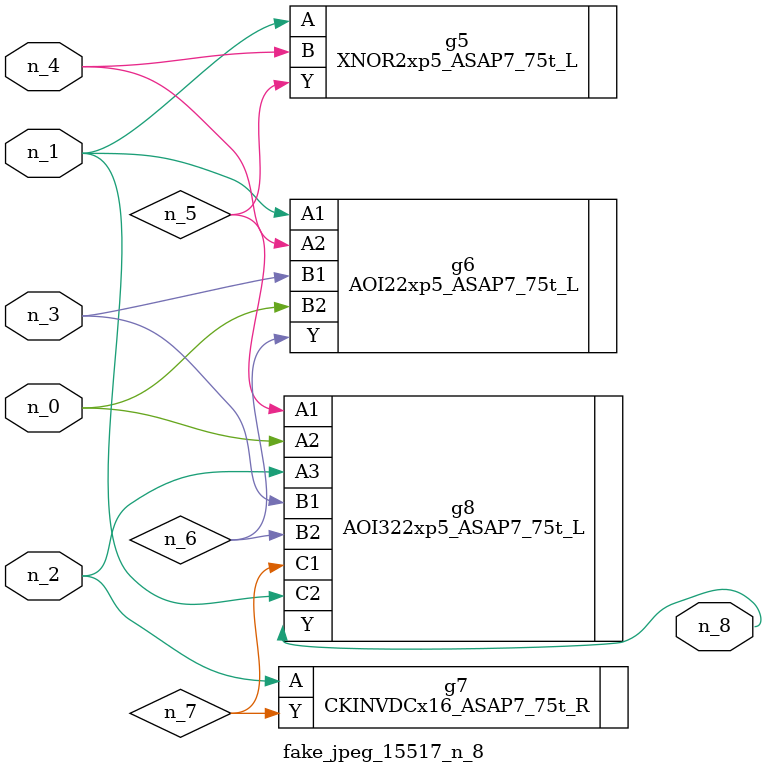
<source format=v>
module fake_jpeg_15517_n_8 (n_3, n_2, n_1, n_0, n_4, n_8);

input n_3;
input n_2;
input n_1;
input n_0;
input n_4;

output n_8;

wire n_6;
wire n_5;
wire n_7;

XNOR2xp5_ASAP7_75t_L g5 ( 
.A(n_1),
.B(n_4),
.Y(n_5)
);

AOI22xp5_ASAP7_75t_L g6 ( 
.A1(n_1),
.A2(n_4),
.B1(n_3),
.B2(n_0),
.Y(n_6)
);

CKINVDCx16_ASAP7_75t_R g7 ( 
.A(n_2),
.Y(n_7)
);

AOI322xp5_ASAP7_75t_L g8 ( 
.A1(n_5),
.A2(n_0),
.A3(n_2),
.B1(n_3),
.B2(n_6),
.C1(n_7),
.C2(n_1),
.Y(n_8)
);


endmodule
</source>
